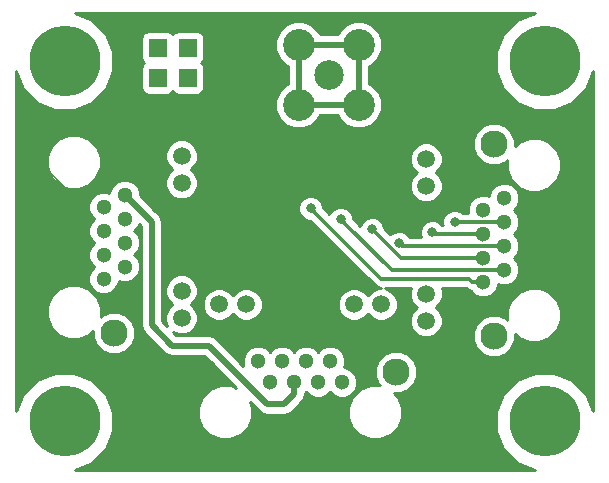
<source format=gbr>
G04 #@! TF.FileFunction,Copper,L1,Top,Signal*
%FSLAX46Y46*%
G04 Gerber Fmt 4.6, Leading zero omitted, Abs format (unit mm)*
G04 Created by KiCad (PCBNEW (2016-09-17 revision 679eef1)-makepkg) date 01/31/17 07:18:29*
%MOMM*%
%LPD*%
G01*
G04 APERTURE LIST*
%ADD10C,0.500000*%
%ADD11C,2.500000*%
%ADD12C,2.700000*%
%ADD13R,1.524000X1.524000*%
%ADD14C,6.000000*%
%ADD15C,2.300000*%
%ADD16C,1.300000*%
%ADD17C,1.500000*%
%ADD18C,0.800000*%
%ADD19C,0.200000*%
%ADD20C,0.300000*%
%ADD21C,0.254000*%
G04 APERTURE END LIST*
D10*
D11*
X27432000Y34417000D03*
D12*
X29972000Y31877000D03*
X24892000Y31877000D03*
X24892000Y36957000D03*
X29972000Y36957000D03*
D13*
X12954000Y34163000D03*
X12954000Y36703000D03*
X15494000Y34163000D03*
X15494000Y36703000D03*
X18034000Y34163000D03*
X18034000Y36703000D03*
D14*
X45720000Y35560000D03*
X45720000Y5080000D03*
X5080000Y35560000D03*
X5080000Y5080000D03*
D15*
X41401000Y28577000D03*
X41401000Y12317000D03*
D16*
X42291000Y17907000D03*
X42291000Y19937000D03*
X42291000Y21967000D03*
X42291000Y23997000D03*
X40511000Y16887000D03*
X40511000Y18917000D03*
X40511000Y20947000D03*
X40511000Y22977000D03*
D17*
X35691000Y27307000D03*
X35691000Y25017000D03*
X35691000Y15877000D03*
X35691000Y13587000D03*
X14982000Y27561000D03*
X14982000Y25271000D03*
X14982000Y16131000D03*
X14982000Y13841000D03*
D16*
X10162000Y18171000D03*
X10162000Y20201000D03*
X10162000Y22231000D03*
X10162000Y24261000D03*
X8382000Y17151000D03*
X8382000Y19181000D03*
X8382000Y21211000D03*
X8382000Y23241000D03*
D15*
X9272000Y28831000D03*
X9272000Y12571000D03*
X33149000Y9272000D03*
X16889000Y9272000D03*
D16*
X22479000Y8382000D03*
X24509000Y8382000D03*
X26539000Y8382000D03*
X28569000Y8382000D03*
X21459000Y10162000D03*
X23489000Y10162000D03*
X25519000Y10162000D03*
X27549000Y10162000D03*
D17*
X31879000Y14982000D03*
X29589000Y14982000D03*
X20449000Y14982000D03*
X18159000Y14982000D03*
D18*
X28194000Y4826000D03*
X26670000Y4826000D03*
X25146000Y4826000D03*
X23622000Y4826000D03*
X22098000Y4826000D03*
X46228000Y20320000D03*
X46228000Y17272000D03*
X46228000Y18542000D03*
X46228000Y21844000D03*
X46228000Y23368000D03*
X6350000Y18796000D03*
X6350000Y20320000D03*
X6350000Y23622000D03*
X6350000Y21844000D03*
X40640000Y32766000D03*
X39370000Y32766000D03*
X38100000Y32766000D03*
X36830000Y32766000D03*
X40132000Y8890000D03*
X38862000Y8890000D03*
X37592000Y8890000D03*
X36322000Y8890000D03*
X40132000Y9906000D03*
X38862000Y9906000D03*
X37592000Y9906000D03*
X36322000Y9906000D03*
X13716000Y4318000D03*
X13716000Y6350000D03*
X13716000Y7874000D03*
X13716000Y9398000D03*
X2286000Y30226000D03*
X4826000Y30226000D03*
X6604000Y30226000D03*
X26162000Y14986000D03*
X24384000Y14986000D03*
X38100000Y25908000D03*
X39370000Y24892000D03*
X18034000Y26924000D03*
X18034000Y28194000D03*
X18796000Y29210000D03*
X19812000Y29972000D03*
X36194996Y21082000D03*
X31115000Y21336000D03*
X25908000Y23114000D03*
X38100000Y21971000D03*
X33401000Y20193000D03*
X28448000Y22225000D03*
D19*
X25146000Y4826000D02*
X26670000Y4826000D01*
X22098000Y4826000D02*
X23622000Y4826000D01*
X46228000Y21844000D02*
X46228000Y20320000D01*
X46228000Y18542000D02*
X46228000Y17272000D01*
X47244000Y25654000D02*
X46228000Y24638000D01*
X46228000Y24638000D02*
X46228000Y23368000D01*
X47244000Y29464000D02*
X47244000Y25654000D01*
X46228000Y30480000D02*
X47244000Y29464000D01*
X42926000Y30480000D02*
X46228000Y30480000D01*
X40640000Y32766000D02*
X42926000Y30480000D01*
X6350000Y21844000D02*
X6350000Y20320000D01*
X5950001Y24021999D02*
X6350000Y23622000D01*
X2286000Y30226000D02*
X2286000Y27686000D01*
X2286000Y27686000D02*
X5950001Y24021999D01*
X6350000Y23876000D02*
X6350000Y23622000D01*
X6096000Y24130000D02*
X6350000Y23876000D01*
X38100000Y32766000D02*
X39370000Y32766000D01*
X38100000Y25908000D02*
X38100000Y31496000D01*
X38100000Y31496000D02*
X36830000Y32766000D01*
X37592000Y8890000D02*
X38862000Y8890000D01*
X36322000Y9906000D02*
X36322000Y8890000D01*
X37592000Y9906000D02*
X38862000Y9906000D01*
X28644315Y11938000D02*
X34290000Y11938000D01*
X34290000Y11938000D02*
X36322000Y9906000D01*
X26162000Y14986000D02*
X26162000Y14420315D01*
X26162000Y14420315D02*
X28644315Y11938000D01*
X13716000Y7874000D02*
X13716000Y6350000D01*
X16889000Y9272000D02*
X13842000Y9272000D01*
X13842000Y9272000D02*
X13716000Y9398000D01*
X6604000Y30226000D02*
X4826000Y30226000D01*
X24384000Y14986000D02*
X26162000Y14986000D01*
X39370000Y24892000D02*
X39116000Y24892000D01*
X39116000Y24892000D02*
X38100000Y25908000D01*
X18796000Y29210000D02*
X18796000Y28956000D01*
X18796000Y28956000D02*
X18034000Y28194000D01*
X11938000Y29718000D02*
X19558000Y29718000D01*
X19558000Y29718000D02*
X19812000Y29972000D01*
X11051000Y28831000D02*
X11938000Y29718000D01*
X9272000Y28831000D02*
X11051000Y28831000D01*
D10*
X10162000Y24261000D02*
X12446000Y21977000D01*
X12446000Y21977000D02*
X12446000Y13208000D01*
X14160500Y11493500D02*
X17272000Y11493500D01*
X12446000Y13208000D02*
X14160500Y11493500D01*
X23685500Y6540500D02*
X24509000Y7364000D01*
X17272000Y11493500D02*
X22225000Y6540500D01*
X24509000Y7364000D02*
X24509000Y8382000D01*
X22225000Y6540500D02*
X23685500Y6540500D01*
X24892000Y31877000D02*
X24892000Y33786188D01*
X24892000Y33786188D02*
X24892000Y36957000D01*
X29972000Y31877000D02*
X24892000Y31877000D01*
X29972000Y36957000D02*
X29972000Y35047812D01*
X29972000Y35047812D02*
X29972000Y31877000D01*
X24892000Y36957000D02*
X29972000Y36957000D01*
D20*
X36329996Y20947000D02*
X36194996Y21082000D01*
X40511000Y20947000D02*
X36329996Y20947000D01*
X31514999Y20936001D02*
X31115000Y21336000D01*
X33534000Y18917000D02*
X31514999Y20936001D01*
X40511000Y18917000D02*
X33534000Y18917000D01*
X39333762Y17145000D02*
X31877000Y17145000D01*
X26307999Y22714001D02*
X25908000Y23114000D01*
X39591762Y16887000D02*
X39333762Y17145000D01*
X40511000Y16887000D02*
X39591762Y16887000D01*
X31877000Y17145000D02*
X26307999Y22714001D01*
X38100000Y21971000D02*
X42287000Y21971000D01*
X42287000Y21971000D02*
X42291000Y21967000D01*
X33657000Y19937000D02*
X33401000Y20193000D01*
X42291000Y19937000D02*
X33657000Y19937000D01*
X28847999Y21825001D02*
X28448000Y22225000D01*
X32766000Y17907000D02*
X28847999Y21825001D01*
X42291000Y17907000D02*
X32766000Y17907000D01*
D21*
G36*
X43385296Y39060741D02*
X42223340Y37900810D01*
X41593718Y36384513D01*
X41592285Y34742690D01*
X42219259Y33225296D01*
X43379190Y32063340D01*
X44895487Y31433718D01*
X46537310Y31432285D01*
X48054704Y32059259D01*
X49216660Y33219190D01*
X49836000Y34710725D01*
X49836000Y5925662D01*
X49220741Y7414704D01*
X48060810Y8576660D01*
X46544513Y9206282D01*
X44902690Y9207715D01*
X43385296Y8580741D01*
X42223340Y7420810D01*
X41593718Y5904513D01*
X41592285Y4262690D01*
X42219259Y2745296D01*
X43379190Y1583340D01*
X44870725Y964000D01*
X5925662Y964000D01*
X7414704Y1579259D01*
X8576660Y2739190D01*
X9206282Y4255487D01*
X9207715Y5897310D01*
X8580741Y7414704D01*
X7420810Y8576660D01*
X5904513Y9206282D01*
X4262690Y9207715D01*
X2745296Y8580741D01*
X1583340Y7420810D01*
X964000Y5929275D01*
X964000Y13898479D01*
X3556604Y13898479D01*
X3903742Y13058342D01*
X4545961Y12415001D01*
X5385491Y12066397D01*
X6294521Y12065604D01*
X7134658Y12412742D01*
X7487169Y12764638D01*
X7486691Y12217499D01*
X7757868Y11561200D01*
X8259559Y11058633D01*
X8915384Y10786311D01*
X9625501Y10785691D01*
X10281800Y11056868D01*
X10784367Y11558559D01*
X11056689Y12214384D01*
X11057309Y12924501D01*
X10786132Y13580800D01*
X10284441Y14083367D01*
X9628616Y14355689D01*
X8918499Y14356309D01*
X8262200Y14085132D01*
X8126651Y13949820D01*
X8127396Y14803521D01*
X7780258Y15643658D01*
X7138039Y16286999D01*
X6298509Y16635603D01*
X5389479Y16636396D01*
X4549342Y16289258D01*
X3906001Y15647039D01*
X3557397Y14807509D01*
X3556604Y13898479D01*
X964000Y13898479D01*
X964000Y22986519D01*
X7096777Y22986519D01*
X7291995Y22514057D01*
X7579734Y22225814D01*
X7293265Y21939845D01*
X7097223Y21467724D01*
X7096777Y20956519D01*
X7291995Y20484057D01*
X7579734Y20195814D01*
X7293265Y19909845D01*
X7097223Y19437724D01*
X7096777Y18926519D01*
X7291995Y18454057D01*
X7579734Y18165814D01*
X7293265Y17879845D01*
X7097223Y17407724D01*
X7096777Y16896519D01*
X7291995Y16424057D01*
X7653155Y16062265D01*
X8125276Y15866223D01*
X8636481Y15865777D01*
X9108943Y16060995D01*
X9470735Y16422155D01*
X9666777Y16894276D01*
X9666856Y16985224D01*
X9905276Y16886223D01*
X10416481Y16885777D01*
X10888943Y17080995D01*
X11250735Y17442155D01*
X11446777Y17914276D01*
X11447223Y18425481D01*
X11252005Y18897943D01*
X10964266Y19186186D01*
X11250735Y19472155D01*
X11446777Y19944276D01*
X11447223Y20455481D01*
X11252005Y20927943D01*
X10964266Y21216186D01*
X11250735Y21502155D01*
X11373534Y21797887D01*
X11561000Y21610421D01*
X11561000Y13208005D01*
X11560999Y13208000D01*
X11616772Y12927616D01*
X11628367Y12869325D01*
X11764111Y12666169D01*
X11820210Y12582210D01*
X13534708Y10867713D01*
X13534710Y10867710D01*
X13821825Y10675867D01*
X14160500Y10608499D01*
X14160505Y10608500D01*
X16905420Y10608500D01*
X19573227Y7940694D01*
X19125509Y8126603D01*
X18216479Y8127396D01*
X17376342Y7780258D01*
X16733001Y7138039D01*
X16384397Y6298509D01*
X16383604Y5389479D01*
X16730742Y4549342D01*
X17372961Y3906001D01*
X18212491Y3557397D01*
X19121521Y3556604D01*
X19961658Y3903742D01*
X20604999Y4545961D01*
X20953603Y5385491D01*
X20953606Y5389479D01*
X29083604Y5389479D01*
X29430742Y4549342D01*
X30072961Y3906001D01*
X30912491Y3557397D01*
X31821521Y3556604D01*
X32661658Y3903742D01*
X33304999Y4545961D01*
X33653603Y5385491D01*
X33654396Y6294521D01*
X33307258Y7134658D01*
X32955362Y7487169D01*
X33502501Y7486691D01*
X34158800Y7757868D01*
X34661367Y8259559D01*
X34933689Y8915384D01*
X34934309Y9625501D01*
X34663132Y10281800D01*
X34161441Y10784367D01*
X33505616Y11056689D01*
X32795499Y11057309D01*
X32139200Y10786132D01*
X31636633Y10284441D01*
X31364311Y9628616D01*
X31363691Y8918499D01*
X31634868Y8262200D01*
X31770180Y8126651D01*
X30916479Y8127396D01*
X30076342Y7780258D01*
X29433001Y7138039D01*
X29084397Y6298509D01*
X29083604Y5389479D01*
X20953606Y5389479D01*
X20954396Y6294521D01*
X20767797Y6746123D01*
X21599208Y5914713D01*
X21599210Y5914710D01*
X21886325Y5722867D01*
X21942516Y5711690D01*
X22225000Y5655499D01*
X22225005Y5655500D01*
X23685495Y5655500D01*
X23685500Y5655499D01*
X23967984Y5711690D01*
X24024175Y5722867D01*
X24311290Y5914710D01*
X25134787Y6738208D01*
X25134790Y6738210D01*
X25326633Y7025325D01*
X25340846Y7096777D01*
X25394001Y7364000D01*
X25394000Y7364005D01*
X25394000Y7449776D01*
X25524186Y7579734D01*
X25810155Y7293265D01*
X26282276Y7097223D01*
X26793481Y7096777D01*
X27265943Y7291995D01*
X27554186Y7579734D01*
X27840155Y7293265D01*
X28312276Y7097223D01*
X28823481Y7096777D01*
X29295943Y7291995D01*
X29657735Y7653155D01*
X29853777Y8125276D01*
X29854223Y8636481D01*
X29659005Y9108943D01*
X29297845Y9470735D01*
X28825724Y9666777D01*
X28734776Y9666856D01*
X28833777Y9905276D01*
X28834223Y10416481D01*
X28639005Y10888943D01*
X28277845Y11250735D01*
X27805724Y11446777D01*
X27294519Y11447223D01*
X26822057Y11252005D01*
X26533814Y10964266D01*
X26247845Y11250735D01*
X25775724Y11446777D01*
X25264519Y11447223D01*
X24792057Y11252005D01*
X24503814Y10964266D01*
X24217845Y11250735D01*
X23745724Y11446777D01*
X23234519Y11447223D01*
X22762057Y11252005D01*
X22473814Y10964266D01*
X22187845Y11250735D01*
X21715724Y11446777D01*
X21204519Y11447223D01*
X20732057Y11252005D01*
X20370265Y10890845D01*
X20174223Y10418724D01*
X20173777Y9907519D01*
X20218994Y9798085D01*
X18053581Y11963499D01*
X39615691Y11963499D01*
X39886868Y11307200D01*
X40388559Y10804633D01*
X41044384Y10532311D01*
X41754501Y10531691D01*
X42410800Y10802868D01*
X42913367Y11304559D01*
X43185689Y11960384D01*
X43186169Y12510402D01*
X43534961Y12161001D01*
X44374491Y11812397D01*
X45283521Y11811604D01*
X46123658Y12158742D01*
X46766999Y12800961D01*
X47115603Y13640491D01*
X47116396Y14549521D01*
X46769258Y15389658D01*
X46127039Y16032999D01*
X45287509Y16381603D01*
X44378479Y16382396D01*
X43538342Y16035258D01*
X42895001Y15393039D01*
X42546397Y14553509D01*
X42545650Y13696927D01*
X42413441Y13829367D01*
X41757616Y14101689D01*
X41047499Y14102309D01*
X40391200Y13831132D01*
X39888633Y13329441D01*
X39616311Y12673616D01*
X39615691Y11963499D01*
X18053581Y11963499D01*
X17897790Y12119290D01*
X17610675Y12311133D01*
X17551016Y12323000D01*
X17272000Y12378501D01*
X17271995Y12378500D01*
X14527079Y12378500D01*
X14267583Y12637996D01*
X14705298Y12456241D01*
X15256285Y12455760D01*
X15765515Y12666169D01*
X16155461Y13055436D01*
X16366759Y13564298D01*
X16367240Y14115285D01*
X16156831Y14624515D01*
X16073776Y14707715D01*
X16773760Y14707715D01*
X16984169Y14198485D01*
X17373436Y13808539D01*
X17882298Y13597241D01*
X18433285Y13596760D01*
X18942515Y13807169D01*
X19304289Y14168313D01*
X19663436Y13808539D01*
X20172298Y13597241D01*
X20723285Y13596760D01*
X21232515Y13807169D01*
X21622461Y14196436D01*
X21833759Y14705298D01*
X21834240Y15256285D01*
X21623831Y15765515D01*
X21234564Y16155461D01*
X20725702Y16366759D01*
X20174715Y16367240D01*
X19665485Y16156831D01*
X19303711Y15795687D01*
X18944564Y16155461D01*
X18435702Y16366759D01*
X17884715Y16367240D01*
X17375485Y16156831D01*
X16985539Y15767564D01*
X16774241Y15258702D01*
X16773760Y14707715D01*
X16073776Y14707715D01*
X15795687Y14986289D01*
X16155461Y15345436D01*
X16366759Y15854298D01*
X16367240Y16405285D01*
X16156831Y16914515D01*
X15767564Y17304461D01*
X15258702Y17515759D01*
X14707715Y17516240D01*
X14198485Y17305831D01*
X13808539Y16916564D01*
X13597241Y16407702D01*
X13596760Y15856715D01*
X13807169Y15347485D01*
X14168313Y14985711D01*
X13808539Y14626564D01*
X13597241Y14117702D01*
X13596760Y13566715D01*
X13778352Y13127228D01*
X13331000Y13574580D01*
X13331000Y21976995D01*
X13331001Y21977000D01*
X13263633Y22315674D01*
X13263633Y22315675D01*
X13071790Y22602790D01*
X13071787Y22602792D01*
X12765551Y22909029D01*
X24872821Y22909029D01*
X25030058Y22528485D01*
X25320954Y22237081D01*
X25701223Y22079180D01*
X25832777Y22079065D01*
X31321921Y16589921D01*
X31576594Y16419755D01*
X31841642Y16367033D01*
X31604715Y16367240D01*
X31095485Y16156831D01*
X30733711Y15795687D01*
X30374564Y16155461D01*
X29865702Y16366759D01*
X29314715Y16367240D01*
X28805485Y16156831D01*
X28415539Y15767564D01*
X28204241Y15258702D01*
X28203760Y14707715D01*
X28414169Y14198485D01*
X28803436Y13808539D01*
X29312298Y13597241D01*
X29863285Y13596760D01*
X30372515Y13807169D01*
X30734289Y14168313D01*
X31093436Y13808539D01*
X31602298Y13597241D01*
X32153285Y13596760D01*
X32662515Y13807169D01*
X33052461Y14196436D01*
X33263759Y14705298D01*
X33264240Y15256285D01*
X33053831Y15765515D01*
X32664564Y16155461D01*
X32171979Y16360000D01*
X34391903Y16360000D01*
X34306241Y16153702D01*
X34305760Y15602715D01*
X34516169Y15093485D01*
X34877313Y14731711D01*
X34517539Y14372564D01*
X34306241Y13863702D01*
X34305760Y13312715D01*
X34516169Y12803485D01*
X34905436Y12413539D01*
X35414298Y12202241D01*
X35965285Y12201760D01*
X36474515Y12412169D01*
X36864461Y12801436D01*
X37075759Y13310298D01*
X37076240Y13861285D01*
X36865831Y14370515D01*
X36504687Y14732289D01*
X36864461Y15091436D01*
X37075759Y15600298D01*
X37076240Y16151285D01*
X36990001Y16360000D01*
X39008604Y16360000D01*
X39036683Y16331921D01*
X39291355Y16161755D01*
X39451000Y16129999D01*
X39782155Y15798265D01*
X40254276Y15602223D01*
X40765481Y15601777D01*
X41237943Y15796995D01*
X41599735Y16158155D01*
X41795777Y16630276D01*
X41795856Y16721224D01*
X42034276Y16622223D01*
X42545481Y16621777D01*
X43017943Y16816995D01*
X43379735Y17178155D01*
X43575777Y17650276D01*
X43576223Y18161481D01*
X43381005Y18633943D01*
X43093266Y18922186D01*
X43379735Y19208155D01*
X43575777Y19680276D01*
X43576223Y20191481D01*
X43381005Y20663943D01*
X43093266Y20952186D01*
X43379735Y21238155D01*
X43575777Y21710276D01*
X43576223Y22221481D01*
X43381005Y22693943D01*
X43093266Y22982186D01*
X43379735Y23268155D01*
X43575777Y23740276D01*
X43576223Y24251481D01*
X43381005Y24723943D01*
X43019845Y25085735D01*
X42547724Y25281777D01*
X42036519Y25282223D01*
X41564057Y25087005D01*
X41202265Y24725845D01*
X41006223Y24253724D01*
X41006144Y24162776D01*
X40767724Y24261777D01*
X40256519Y24262223D01*
X39784057Y24067005D01*
X39422265Y23705845D01*
X39226223Y23233724D01*
X39225806Y22756000D01*
X38778805Y22756000D01*
X38687046Y22847919D01*
X38306777Y23005820D01*
X37895029Y23006179D01*
X37514485Y22848942D01*
X37223081Y22558046D01*
X37065180Y22177777D01*
X37064821Y21766029D01*
X37078881Y21732000D01*
X37008565Y21732000D01*
X36782042Y21958919D01*
X36401773Y22116820D01*
X35990025Y22117179D01*
X35609481Y21959942D01*
X35318077Y21669046D01*
X35160176Y21288777D01*
X35159817Y20877029D01*
X35223873Y20722000D01*
X34302293Y20722000D01*
X34278942Y20778515D01*
X33988046Y21069919D01*
X33607777Y21227820D01*
X33196029Y21228179D01*
X32815485Y21070942D01*
X32652709Y20908449D01*
X32150066Y21411092D01*
X32150179Y21540971D01*
X31992942Y21921515D01*
X31702046Y22212919D01*
X31321777Y22370820D01*
X30910029Y22371179D01*
X30529485Y22213942D01*
X30238081Y21923046D01*
X30127184Y21655974D01*
X29483066Y22300092D01*
X29483179Y22429971D01*
X29325942Y22810515D01*
X29035046Y23101919D01*
X28654777Y23259820D01*
X28243029Y23260179D01*
X27862485Y23102942D01*
X27571081Y22812046D01*
X27497446Y22634712D01*
X26943066Y23189092D01*
X26943179Y23318971D01*
X26785942Y23699515D01*
X26495046Y23990919D01*
X26114777Y24148820D01*
X25703029Y24149179D01*
X25322485Y23991942D01*
X25031081Y23701046D01*
X24873180Y23320777D01*
X24872821Y22909029D01*
X12765551Y22909029D01*
X11446972Y24227608D01*
X11447223Y24515481D01*
X11252005Y24987943D01*
X10890845Y25349735D01*
X10418724Y25545777D01*
X9907519Y25546223D01*
X9435057Y25351005D01*
X9073265Y24989845D01*
X8877223Y24517724D01*
X8877144Y24426776D01*
X8638724Y24525777D01*
X8127519Y24526223D01*
X7655057Y24331005D01*
X7293265Y23969845D01*
X7097223Y23497724D01*
X7096777Y22986519D01*
X964000Y22986519D01*
X964000Y26598479D01*
X3556604Y26598479D01*
X3903742Y25758342D01*
X4545961Y25115001D01*
X5385491Y24766397D01*
X6294521Y24765604D01*
X7134658Y25112742D01*
X7777999Y25754961D01*
X8126603Y26594491D01*
X8127206Y27286715D01*
X13596760Y27286715D01*
X13807169Y26777485D01*
X14168313Y26415711D01*
X13808539Y26056564D01*
X13597241Y25547702D01*
X13596760Y24996715D01*
X13807169Y24487485D01*
X14196436Y24097539D01*
X14705298Y23886241D01*
X15256285Y23885760D01*
X15765515Y24096169D01*
X16155461Y24485436D01*
X16366759Y24994298D01*
X16367240Y25545285D01*
X16156831Y26054515D01*
X15795687Y26416289D01*
X16155461Y26775436D01*
X16262292Y27032715D01*
X34305760Y27032715D01*
X34516169Y26523485D01*
X34877313Y26161711D01*
X34517539Y25802564D01*
X34306241Y25293702D01*
X34305760Y24742715D01*
X34516169Y24233485D01*
X34905436Y23843539D01*
X35414298Y23632241D01*
X35965285Y23631760D01*
X36474515Y23842169D01*
X36864461Y24231436D01*
X37075759Y24740298D01*
X37076240Y25291285D01*
X36865831Y25800515D01*
X36504687Y26162289D01*
X36864461Y26521436D01*
X37075759Y27030298D01*
X37076240Y27581285D01*
X36865831Y28090515D01*
X36733079Y28223499D01*
X39615691Y28223499D01*
X39886868Y27567200D01*
X40388559Y27064633D01*
X41044384Y26792311D01*
X41754501Y26791691D01*
X42410800Y27062868D01*
X42546349Y27198180D01*
X42545604Y26344479D01*
X42892742Y25504342D01*
X43534961Y24861001D01*
X44374491Y24512397D01*
X45283521Y24511604D01*
X46123658Y24858742D01*
X46766999Y25500961D01*
X47115603Y26340491D01*
X47116396Y27249521D01*
X46769258Y28089658D01*
X46127039Y28732999D01*
X45287509Y29081603D01*
X44378479Y29082396D01*
X43538342Y28735258D01*
X43185831Y28383362D01*
X43186309Y28930501D01*
X42915132Y29586800D01*
X42413441Y30089367D01*
X41757616Y30361689D01*
X41047499Y30362309D01*
X40391200Y30091132D01*
X39888633Y29589441D01*
X39616311Y28933616D01*
X39615691Y28223499D01*
X36733079Y28223499D01*
X36476564Y28480461D01*
X35967702Y28691759D01*
X35416715Y28692240D01*
X34907485Y28481831D01*
X34517539Y28092564D01*
X34306241Y27583702D01*
X34305760Y27032715D01*
X16262292Y27032715D01*
X16366759Y27284298D01*
X16367240Y27835285D01*
X16156831Y28344515D01*
X15767564Y28734461D01*
X15258702Y28945759D01*
X14707715Y28946240D01*
X14198485Y28735831D01*
X13808539Y28346564D01*
X13597241Y27837702D01*
X13596760Y27286715D01*
X8127206Y27286715D01*
X8127396Y27503521D01*
X7780258Y28343658D01*
X7138039Y28986999D01*
X6298509Y29335603D01*
X5389479Y29336396D01*
X4549342Y28989258D01*
X3906001Y28347039D01*
X3557397Y27507509D01*
X3556604Y26598479D01*
X964000Y26598479D01*
X964000Y34714338D01*
X1579259Y33225296D01*
X2739190Y32063340D01*
X4255487Y31433718D01*
X5897310Y31432285D01*
X7414704Y32059259D01*
X8576660Y33219190D01*
X9206282Y34735487D01*
X9207715Y36377310D01*
X8758291Y37465000D01*
X11544560Y37465000D01*
X11544560Y35941000D01*
X11593843Y35693235D01*
X11734191Y35483191D01*
X11809307Y35433000D01*
X11734191Y35382809D01*
X11593843Y35172765D01*
X11544560Y34925000D01*
X11544560Y33401000D01*
X11593843Y33153235D01*
X11734191Y32943191D01*
X11944235Y32802843D01*
X12192000Y32753560D01*
X13716000Y32753560D01*
X13963765Y32802843D01*
X14173809Y32943191D01*
X14224000Y33018307D01*
X14274191Y32943191D01*
X14484235Y32802843D01*
X14732000Y32753560D01*
X16256000Y32753560D01*
X16503765Y32802843D01*
X16713809Y32943191D01*
X16854157Y33153235D01*
X16903440Y33401000D01*
X16903440Y34925000D01*
X16854157Y35172765D01*
X16713809Y35382809D01*
X16638693Y35433000D01*
X16713809Y35483191D01*
X16854157Y35693235D01*
X16903440Y35941000D01*
X16903440Y36563891D01*
X22906657Y36563891D01*
X23208218Y35834057D01*
X23766120Y35275181D01*
X24007000Y35175159D01*
X24007000Y33659098D01*
X23769057Y33560782D01*
X23210181Y33002880D01*
X22907346Y32273573D01*
X22906657Y31483891D01*
X23208218Y30754057D01*
X23766120Y30195181D01*
X24495427Y29892346D01*
X25285109Y29891657D01*
X26014943Y30193218D01*
X26573819Y30751120D01*
X26673841Y30992000D01*
X28189902Y30992000D01*
X28288218Y30754057D01*
X28846120Y30195181D01*
X29575427Y29892346D01*
X30365109Y29891657D01*
X31094943Y30193218D01*
X31653819Y30751120D01*
X31956654Y31480427D01*
X31957343Y32270109D01*
X31655782Y32999943D01*
X31097880Y33558819D01*
X30857000Y33658841D01*
X30857000Y35174902D01*
X31094943Y35273218D01*
X31653819Y35831120D01*
X31956654Y36560427D01*
X31957343Y37350109D01*
X31655782Y38079943D01*
X31097880Y38638819D01*
X30368573Y38941654D01*
X29578891Y38942343D01*
X28849057Y38640782D01*
X28290181Y38082880D01*
X28190159Y37842000D01*
X26674098Y37842000D01*
X26575782Y38079943D01*
X26017880Y38638819D01*
X25288573Y38941654D01*
X24498891Y38942343D01*
X23769057Y38640782D01*
X23210181Y38082880D01*
X22907346Y37353573D01*
X22906657Y36563891D01*
X16903440Y36563891D01*
X16903440Y37465000D01*
X16854157Y37712765D01*
X16713809Y37922809D01*
X16503765Y38063157D01*
X16256000Y38112440D01*
X14732000Y38112440D01*
X14484235Y38063157D01*
X14274191Y37922809D01*
X14224000Y37847693D01*
X14173809Y37922809D01*
X13963765Y38063157D01*
X13716000Y38112440D01*
X12192000Y38112440D01*
X11944235Y38063157D01*
X11734191Y37922809D01*
X11593843Y37712765D01*
X11544560Y37465000D01*
X8758291Y37465000D01*
X8580741Y37894704D01*
X7420810Y39056660D01*
X5929275Y39676000D01*
X44874338Y39676000D01*
X43385296Y39060741D01*
X43385296Y39060741D01*
G37*
X43385296Y39060741D02*
X42223340Y37900810D01*
X41593718Y36384513D01*
X41592285Y34742690D01*
X42219259Y33225296D01*
X43379190Y32063340D01*
X44895487Y31433718D01*
X46537310Y31432285D01*
X48054704Y32059259D01*
X49216660Y33219190D01*
X49836000Y34710725D01*
X49836000Y5925662D01*
X49220741Y7414704D01*
X48060810Y8576660D01*
X46544513Y9206282D01*
X44902690Y9207715D01*
X43385296Y8580741D01*
X42223340Y7420810D01*
X41593718Y5904513D01*
X41592285Y4262690D01*
X42219259Y2745296D01*
X43379190Y1583340D01*
X44870725Y964000D01*
X5925662Y964000D01*
X7414704Y1579259D01*
X8576660Y2739190D01*
X9206282Y4255487D01*
X9207715Y5897310D01*
X8580741Y7414704D01*
X7420810Y8576660D01*
X5904513Y9206282D01*
X4262690Y9207715D01*
X2745296Y8580741D01*
X1583340Y7420810D01*
X964000Y5929275D01*
X964000Y13898479D01*
X3556604Y13898479D01*
X3903742Y13058342D01*
X4545961Y12415001D01*
X5385491Y12066397D01*
X6294521Y12065604D01*
X7134658Y12412742D01*
X7487169Y12764638D01*
X7486691Y12217499D01*
X7757868Y11561200D01*
X8259559Y11058633D01*
X8915384Y10786311D01*
X9625501Y10785691D01*
X10281800Y11056868D01*
X10784367Y11558559D01*
X11056689Y12214384D01*
X11057309Y12924501D01*
X10786132Y13580800D01*
X10284441Y14083367D01*
X9628616Y14355689D01*
X8918499Y14356309D01*
X8262200Y14085132D01*
X8126651Y13949820D01*
X8127396Y14803521D01*
X7780258Y15643658D01*
X7138039Y16286999D01*
X6298509Y16635603D01*
X5389479Y16636396D01*
X4549342Y16289258D01*
X3906001Y15647039D01*
X3557397Y14807509D01*
X3556604Y13898479D01*
X964000Y13898479D01*
X964000Y22986519D01*
X7096777Y22986519D01*
X7291995Y22514057D01*
X7579734Y22225814D01*
X7293265Y21939845D01*
X7097223Y21467724D01*
X7096777Y20956519D01*
X7291995Y20484057D01*
X7579734Y20195814D01*
X7293265Y19909845D01*
X7097223Y19437724D01*
X7096777Y18926519D01*
X7291995Y18454057D01*
X7579734Y18165814D01*
X7293265Y17879845D01*
X7097223Y17407724D01*
X7096777Y16896519D01*
X7291995Y16424057D01*
X7653155Y16062265D01*
X8125276Y15866223D01*
X8636481Y15865777D01*
X9108943Y16060995D01*
X9470735Y16422155D01*
X9666777Y16894276D01*
X9666856Y16985224D01*
X9905276Y16886223D01*
X10416481Y16885777D01*
X10888943Y17080995D01*
X11250735Y17442155D01*
X11446777Y17914276D01*
X11447223Y18425481D01*
X11252005Y18897943D01*
X10964266Y19186186D01*
X11250735Y19472155D01*
X11446777Y19944276D01*
X11447223Y20455481D01*
X11252005Y20927943D01*
X10964266Y21216186D01*
X11250735Y21502155D01*
X11373534Y21797887D01*
X11561000Y21610421D01*
X11561000Y13208005D01*
X11560999Y13208000D01*
X11616772Y12927616D01*
X11628367Y12869325D01*
X11764111Y12666169D01*
X11820210Y12582210D01*
X13534708Y10867713D01*
X13534710Y10867710D01*
X13821825Y10675867D01*
X14160500Y10608499D01*
X14160505Y10608500D01*
X16905420Y10608500D01*
X19573227Y7940694D01*
X19125509Y8126603D01*
X18216479Y8127396D01*
X17376342Y7780258D01*
X16733001Y7138039D01*
X16384397Y6298509D01*
X16383604Y5389479D01*
X16730742Y4549342D01*
X17372961Y3906001D01*
X18212491Y3557397D01*
X19121521Y3556604D01*
X19961658Y3903742D01*
X20604999Y4545961D01*
X20953603Y5385491D01*
X20953606Y5389479D01*
X29083604Y5389479D01*
X29430742Y4549342D01*
X30072961Y3906001D01*
X30912491Y3557397D01*
X31821521Y3556604D01*
X32661658Y3903742D01*
X33304999Y4545961D01*
X33653603Y5385491D01*
X33654396Y6294521D01*
X33307258Y7134658D01*
X32955362Y7487169D01*
X33502501Y7486691D01*
X34158800Y7757868D01*
X34661367Y8259559D01*
X34933689Y8915384D01*
X34934309Y9625501D01*
X34663132Y10281800D01*
X34161441Y10784367D01*
X33505616Y11056689D01*
X32795499Y11057309D01*
X32139200Y10786132D01*
X31636633Y10284441D01*
X31364311Y9628616D01*
X31363691Y8918499D01*
X31634868Y8262200D01*
X31770180Y8126651D01*
X30916479Y8127396D01*
X30076342Y7780258D01*
X29433001Y7138039D01*
X29084397Y6298509D01*
X29083604Y5389479D01*
X20953606Y5389479D01*
X20954396Y6294521D01*
X20767797Y6746123D01*
X21599208Y5914713D01*
X21599210Y5914710D01*
X21886325Y5722867D01*
X21942516Y5711690D01*
X22225000Y5655499D01*
X22225005Y5655500D01*
X23685495Y5655500D01*
X23685500Y5655499D01*
X23967984Y5711690D01*
X24024175Y5722867D01*
X24311290Y5914710D01*
X25134787Y6738208D01*
X25134790Y6738210D01*
X25326633Y7025325D01*
X25340846Y7096777D01*
X25394001Y7364000D01*
X25394000Y7364005D01*
X25394000Y7449776D01*
X25524186Y7579734D01*
X25810155Y7293265D01*
X26282276Y7097223D01*
X26793481Y7096777D01*
X27265943Y7291995D01*
X27554186Y7579734D01*
X27840155Y7293265D01*
X28312276Y7097223D01*
X28823481Y7096777D01*
X29295943Y7291995D01*
X29657735Y7653155D01*
X29853777Y8125276D01*
X29854223Y8636481D01*
X29659005Y9108943D01*
X29297845Y9470735D01*
X28825724Y9666777D01*
X28734776Y9666856D01*
X28833777Y9905276D01*
X28834223Y10416481D01*
X28639005Y10888943D01*
X28277845Y11250735D01*
X27805724Y11446777D01*
X27294519Y11447223D01*
X26822057Y11252005D01*
X26533814Y10964266D01*
X26247845Y11250735D01*
X25775724Y11446777D01*
X25264519Y11447223D01*
X24792057Y11252005D01*
X24503814Y10964266D01*
X24217845Y11250735D01*
X23745724Y11446777D01*
X23234519Y11447223D01*
X22762057Y11252005D01*
X22473814Y10964266D01*
X22187845Y11250735D01*
X21715724Y11446777D01*
X21204519Y11447223D01*
X20732057Y11252005D01*
X20370265Y10890845D01*
X20174223Y10418724D01*
X20173777Y9907519D01*
X20218994Y9798085D01*
X18053581Y11963499D01*
X39615691Y11963499D01*
X39886868Y11307200D01*
X40388559Y10804633D01*
X41044384Y10532311D01*
X41754501Y10531691D01*
X42410800Y10802868D01*
X42913367Y11304559D01*
X43185689Y11960384D01*
X43186169Y12510402D01*
X43534961Y12161001D01*
X44374491Y11812397D01*
X45283521Y11811604D01*
X46123658Y12158742D01*
X46766999Y12800961D01*
X47115603Y13640491D01*
X47116396Y14549521D01*
X46769258Y15389658D01*
X46127039Y16032999D01*
X45287509Y16381603D01*
X44378479Y16382396D01*
X43538342Y16035258D01*
X42895001Y15393039D01*
X42546397Y14553509D01*
X42545650Y13696927D01*
X42413441Y13829367D01*
X41757616Y14101689D01*
X41047499Y14102309D01*
X40391200Y13831132D01*
X39888633Y13329441D01*
X39616311Y12673616D01*
X39615691Y11963499D01*
X18053581Y11963499D01*
X17897790Y12119290D01*
X17610675Y12311133D01*
X17551016Y12323000D01*
X17272000Y12378501D01*
X17271995Y12378500D01*
X14527079Y12378500D01*
X14267583Y12637996D01*
X14705298Y12456241D01*
X15256285Y12455760D01*
X15765515Y12666169D01*
X16155461Y13055436D01*
X16366759Y13564298D01*
X16367240Y14115285D01*
X16156831Y14624515D01*
X16073776Y14707715D01*
X16773760Y14707715D01*
X16984169Y14198485D01*
X17373436Y13808539D01*
X17882298Y13597241D01*
X18433285Y13596760D01*
X18942515Y13807169D01*
X19304289Y14168313D01*
X19663436Y13808539D01*
X20172298Y13597241D01*
X20723285Y13596760D01*
X21232515Y13807169D01*
X21622461Y14196436D01*
X21833759Y14705298D01*
X21834240Y15256285D01*
X21623831Y15765515D01*
X21234564Y16155461D01*
X20725702Y16366759D01*
X20174715Y16367240D01*
X19665485Y16156831D01*
X19303711Y15795687D01*
X18944564Y16155461D01*
X18435702Y16366759D01*
X17884715Y16367240D01*
X17375485Y16156831D01*
X16985539Y15767564D01*
X16774241Y15258702D01*
X16773760Y14707715D01*
X16073776Y14707715D01*
X15795687Y14986289D01*
X16155461Y15345436D01*
X16366759Y15854298D01*
X16367240Y16405285D01*
X16156831Y16914515D01*
X15767564Y17304461D01*
X15258702Y17515759D01*
X14707715Y17516240D01*
X14198485Y17305831D01*
X13808539Y16916564D01*
X13597241Y16407702D01*
X13596760Y15856715D01*
X13807169Y15347485D01*
X14168313Y14985711D01*
X13808539Y14626564D01*
X13597241Y14117702D01*
X13596760Y13566715D01*
X13778352Y13127228D01*
X13331000Y13574580D01*
X13331000Y21976995D01*
X13331001Y21977000D01*
X13263633Y22315674D01*
X13263633Y22315675D01*
X13071790Y22602790D01*
X13071787Y22602792D01*
X12765551Y22909029D01*
X24872821Y22909029D01*
X25030058Y22528485D01*
X25320954Y22237081D01*
X25701223Y22079180D01*
X25832777Y22079065D01*
X31321921Y16589921D01*
X31576594Y16419755D01*
X31841642Y16367033D01*
X31604715Y16367240D01*
X31095485Y16156831D01*
X30733711Y15795687D01*
X30374564Y16155461D01*
X29865702Y16366759D01*
X29314715Y16367240D01*
X28805485Y16156831D01*
X28415539Y15767564D01*
X28204241Y15258702D01*
X28203760Y14707715D01*
X28414169Y14198485D01*
X28803436Y13808539D01*
X29312298Y13597241D01*
X29863285Y13596760D01*
X30372515Y13807169D01*
X30734289Y14168313D01*
X31093436Y13808539D01*
X31602298Y13597241D01*
X32153285Y13596760D01*
X32662515Y13807169D01*
X33052461Y14196436D01*
X33263759Y14705298D01*
X33264240Y15256285D01*
X33053831Y15765515D01*
X32664564Y16155461D01*
X32171979Y16360000D01*
X34391903Y16360000D01*
X34306241Y16153702D01*
X34305760Y15602715D01*
X34516169Y15093485D01*
X34877313Y14731711D01*
X34517539Y14372564D01*
X34306241Y13863702D01*
X34305760Y13312715D01*
X34516169Y12803485D01*
X34905436Y12413539D01*
X35414298Y12202241D01*
X35965285Y12201760D01*
X36474515Y12412169D01*
X36864461Y12801436D01*
X37075759Y13310298D01*
X37076240Y13861285D01*
X36865831Y14370515D01*
X36504687Y14732289D01*
X36864461Y15091436D01*
X37075759Y15600298D01*
X37076240Y16151285D01*
X36990001Y16360000D01*
X39008604Y16360000D01*
X39036683Y16331921D01*
X39291355Y16161755D01*
X39451000Y16129999D01*
X39782155Y15798265D01*
X40254276Y15602223D01*
X40765481Y15601777D01*
X41237943Y15796995D01*
X41599735Y16158155D01*
X41795777Y16630276D01*
X41795856Y16721224D01*
X42034276Y16622223D01*
X42545481Y16621777D01*
X43017943Y16816995D01*
X43379735Y17178155D01*
X43575777Y17650276D01*
X43576223Y18161481D01*
X43381005Y18633943D01*
X43093266Y18922186D01*
X43379735Y19208155D01*
X43575777Y19680276D01*
X43576223Y20191481D01*
X43381005Y20663943D01*
X43093266Y20952186D01*
X43379735Y21238155D01*
X43575777Y21710276D01*
X43576223Y22221481D01*
X43381005Y22693943D01*
X43093266Y22982186D01*
X43379735Y23268155D01*
X43575777Y23740276D01*
X43576223Y24251481D01*
X43381005Y24723943D01*
X43019845Y25085735D01*
X42547724Y25281777D01*
X42036519Y25282223D01*
X41564057Y25087005D01*
X41202265Y24725845D01*
X41006223Y24253724D01*
X41006144Y24162776D01*
X40767724Y24261777D01*
X40256519Y24262223D01*
X39784057Y24067005D01*
X39422265Y23705845D01*
X39226223Y23233724D01*
X39225806Y22756000D01*
X38778805Y22756000D01*
X38687046Y22847919D01*
X38306777Y23005820D01*
X37895029Y23006179D01*
X37514485Y22848942D01*
X37223081Y22558046D01*
X37065180Y22177777D01*
X37064821Y21766029D01*
X37078881Y21732000D01*
X37008565Y21732000D01*
X36782042Y21958919D01*
X36401773Y22116820D01*
X35990025Y22117179D01*
X35609481Y21959942D01*
X35318077Y21669046D01*
X35160176Y21288777D01*
X35159817Y20877029D01*
X35223873Y20722000D01*
X34302293Y20722000D01*
X34278942Y20778515D01*
X33988046Y21069919D01*
X33607777Y21227820D01*
X33196029Y21228179D01*
X32815485Y21070942D01*
X32652709Y20908449D01*
X32150066Y21411092D01*
X32150179Y21540971D01*
X31992942Y21921515D01*
X31702046Y22212919D01*
X31321777Y22370820D01*
X30910029Y22371179D01*
X30529485Y22213942D01*
X30238081Y21923046D01*
X30127184Y21655974D01*
X29483066Y22300092D01*
X29483179Y22429971D01*
X29325942Y22810515D01*
X29035046Y23101919D01*
X28654777Y23259820D01*
X28243029Y23260179D01*
X27862485Y23102942D01*
X27571081Y22812046D01*
X27497446Y22634712D01*
X26943066Y23189092D01*
X26943179Y23318971D01*
X26785942Y23699515D01*
X26495046Y23990919D01*
X26114777Y24148820D01*
X25703029Y24149179D01*
X25322485Y23991942D01*
X25031081Y23701046D01*
X24873180Y23320777D01*
X24872821Y22909029D01*
X12765551Y22909029D01*
X11446972Y24227608D01*
X11447223Y24515481D01*
X11252005Y24987943D01*
X10890845Y25349735D01*
X10418724Y25545777D01*
X9907519Y25546223D01*
X9435057Y25351005D01*
X9073265Y24989845D01*
X8877223Y24517724D01*
X8877144Y24426776D01*
X8638724Y24525777D01*
X8127519Y24526223D01*
X7655057Y24331005D01*
X7293265Y23969845D01*
X7097223Y23497724D01*
X7096777Y22986519D01*
X964000Y22986519D01*
X964000Y26598479D01*
X3556604Y26598479D01*
X3903742Y25758342D01*
X4545961Y25115001D01*
X5385491Y24766397D01*
X6294521Y24765604D01*
X7134658Y25112742D01*
X7777999Y25754961D01*
X8126603Y26594491D01*
X8127206Y27286715D01*
X13596760Y27286715D01*
X13807169Y26777485D01*
X14168313Y26415711D01*
X13808539Y26056564D01*
X13597241Y25547702D01*
X13596760Y24996715D01*
X13807169Y24487485D01*
X14196436Y24097539D01*
X14705298Y23886241D01*
X15256285Y23885760D01*
X15765515Y24096169D01*
X16155461Y24485436D01*
X16366759Y24994298D01*
X16367240Y25545285D01*
X16156831Y26054515D01*
X15795687Y26416289D01*
X16155461Y26775436D01*
X16262292Y27032715D01*
X34305760Y27032715D01*
X34516169Y26523485D01*
X34877313Y26161711D01*
X34517539Y25802564D01*
X34306241Y25293702D01*
X34305760Y24742715D01*
X34516169Y24233485D01*
X34905436Y23843539D01*
X35414298Y23632241D01*
X35965285Y23631760D01*
X36474515Y23842169D01*
X36864461Y24231436D01*
X37075759Y24740298D01*
X37076240Y25291285D01*
X36865831Y25800515D01*
X36504687Y26162289D01*
X36864461Y26521436D01*
X37075759Y27030298D01*
X37076240Y27581285D01*
X36865831Y28090515D01*
X36733079Y28223499D01*
X39615691Y28223499D01*
X39886868Y27567200D01*
X40388559Y27064633D01*
X41044384Y26792311D01*
X41754501Y26791691D01*
X42410800Y27062868D01*
X42546349Y27198180D01*
X42545604Y26344479D01*
X42892742Y25504342D01*
X43534961Y24861001D01*
X44374491Y24512397D01*
X45283521Y24511604D01*
X46123658Y24858742D01*
X46766999Y25500961D01*
X47115603Y26340491D01*
X47116396Y27249521D01*
X46769258Y28089658D01*
X46127039Y28732999D01*
X45287509Y29081603D01*
X44378479Y29082396D01*
X43538342Y28735258D01*
X43185831Y28383362D01*
X43186309Y28930501D01*
X42915132Y29586800D01*
X42413441Y30089367D01*
X41757616Y30361689D01*
X41047499Y30362309D01*
X40391200Y30091132D01*
X39888633Y29589441D01*
X39616311Y28933616D01*
X39615691Y28223499D01*
X36733079Y28223499D01*
X36476564Y28480461D01*
X35967702Y28691759D01*
X35416715Y28692240D01*
X34907485Y28481831D01*
X34517539Y28092564D01*
X34306241Y27583702D01*
X34305760Y27032715D01*
X16262292Y27032715D01*
X16366759Y27284298D01*
X16367240Y27835285D01*
X16156831Y28344515D01*
X15767564Y28734461D01*
X15258702Y28945759D01*
X14707715Y28946240D01*
X14198485Y28735831D01*
X13808539Y28346564D01*
X13597241Y27837702D01*
X13596760Y27286715D01*
X8127206Y27286715D01*
X8127396Y27503521D01*
X7780258Y28343658D01*
X7138039Y28986999D01*
X6298509Y29335603D01*
X5389479Y29336396D01*
X4549342Y28989258D01*
X3906001Y28347039D01*
X3557397Y27507509D01*
X3556604Y26598479D01*
X964000Y26598479D01*
X964000Y34714338D01*
X1579259Y33225296D01*
X2739190Y32063340D01*
X4255487Y31433718D01*
X5897310Y31432285D01*
X7414704Y32059259D01*
X8576660Y33219190D01*
X9206282Y34735487D01*
X9207715Y36377310D01*
X8758291Y37465000D01*
X11544560Y37465000D01*
X11544560Y35941000D01*
X11593843Y35693235D01*
X11734191Y35483191D01*
X11809307Y35433000D01*
X11734191Y35382809D01*
X11593843Y35172765D01*
X11544560Y34925000D01*
X11544560Y33401000D01*
X11593843Y33153235D01*
X11734191Y32943191D01*
X11944235Y32802843D01*
X12192000Y32753560D01*
X13716000Y32753560D01*
X13963765Y32802843D01*
X14173809Y32943191D01*
X14224000Y33018307D01*
X14274191Y32943191D01*
X14484235Y32802843D01*
X14732000Y32753560D01*
X16256000Y32753560D01*
X16503765Y32802843D01*
X16713809Y32943191D01*
X16854157Y33153235D01*
X16903440Y33401000D01*
X16903440Y34925000D01*
X16854157Y35172765D01*
X16713809Y35382809D01*
X16638693Y35433000D01*
X16713809Y35483191D01*
X16854157Y35693235D01*
X16903440Y35941000D01*
X16903440Y36563891D01*
X22906657Y36563891D01*
X23208218Y35834057D01*
X23766120Y35275181D01*
X24007000Y35175159D01*
X24007000Y33659098D01*
X23769057Y33560782D01*
X23210181Y33002880D01*
X22907346Y32273573D01*
X22906657Y31483891D01*
X23208218Y30754057D01*
X23766120Y30195181D01*
X24495427Y29892346D01*
X25285109Y29891657D01*
X26014943Y30193218D01*
X26573819Y30751120D01*
X26673841Y30992000D01*
X28189902Y30992000D01*
X28288218Y30754057D01*
X28846120Y30195181D01*
X29575427Y29892346D01*
X30365109Y29891657D01*
X31094943Y30193218D01*
X31653819Y30751120D01*
X31956654Y31480427D01*
X31957343Y32270109D01*
X31655782Y32999943D01*
X31097880Y33558819D01*
X30857000Y33658841D01*
X30857000Y35174902D01*
X31094943Y35273218D01*
X31653819Y35831120D01*
X31956654Y36560427D01*
X31957343Y37350109D01*
X31655782Y38079943D01*
X31097880Y38638819D01*
X30368573Y38941654D01*
X29578891Y38942343D01*
X28849057Y38640782D01*
X28290181Y38082880D01*
X28190159Y37842000D01*
X26674098Y37842000D01*
X26575782Y38079943D01*
X26017880Y38638819D01*
X25288573Y38941654D01*
X24498891Y38942343D01*
X23769057Y38640782D01*
X23210181Y38082880D01*
X22907346Y37353573D01*
X22906657Y36563891D01*
X16903440Y36563891D01*
X16903440Y37465000D01*
X16854157Y37712765D01*
X16713809Y37922809D01*
X16503765Y38063157D01*
X16256000Y38112440D01*
X14732000Y38112440D01*
X14484235Y38063157D01*
X14274191Y37922809D01*
X14224000Y37847693D01*
X14173809Y37922809D01*
X13963765Y38063157D01*
X13716000Y38112440D01*
X12192000Y38112440D01*
X11944235Y38063157D01*
X11734191Y37922809D01*
X11593843Y37712765D01*
X11544560Y37465000D01*
X8758291Y37465000D01*
X8580741Y37894704D01*
X7420810Y39056660D01*
X5929275Y39676000D01*
X44874338Y39676000D01*
X43385296Y39060741D01*
M02*

</source>
